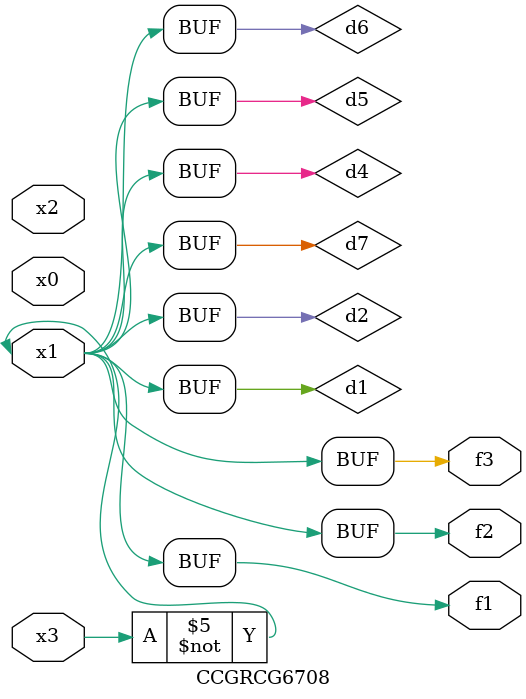
<source format=v>
module CCGRCG6708(
	input x0, x1, x2, x3,
	output f1, f2, f3
);

	wire d1, d2, d3, d4, d5, d6, d7;

	not (d1, x3);
	buf (d2, x1);
	xnor (d3, d1, d2);
	nor (d4, d1);
	buf (d5, d1, d2);
	buf (d6, d4, d5);
	nand (d7, d4);
	assign f1 = d6;
	assign f2 = d7;
	assign f3 = d6;
endmodule

</source>
